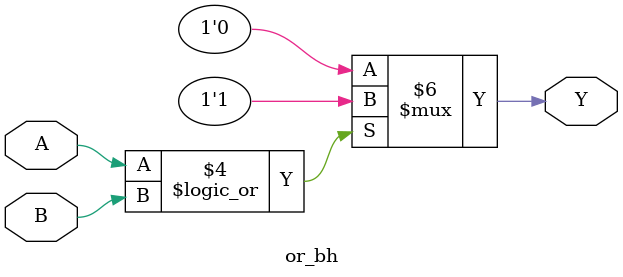
<source format=v>
`timescale 1ns / 1ps


module or_bh(A, B, Y);
    input A;
    input B;
    output Y;
    
    wire A;
    wire B;
    reg Y;
    
    always@(A or B)
    begin
        if (A == 1'b1 || B == 1'b1)
            Y = 1'b1;
        else
            Y = 1'b0;
    end
endmodule

</source>
